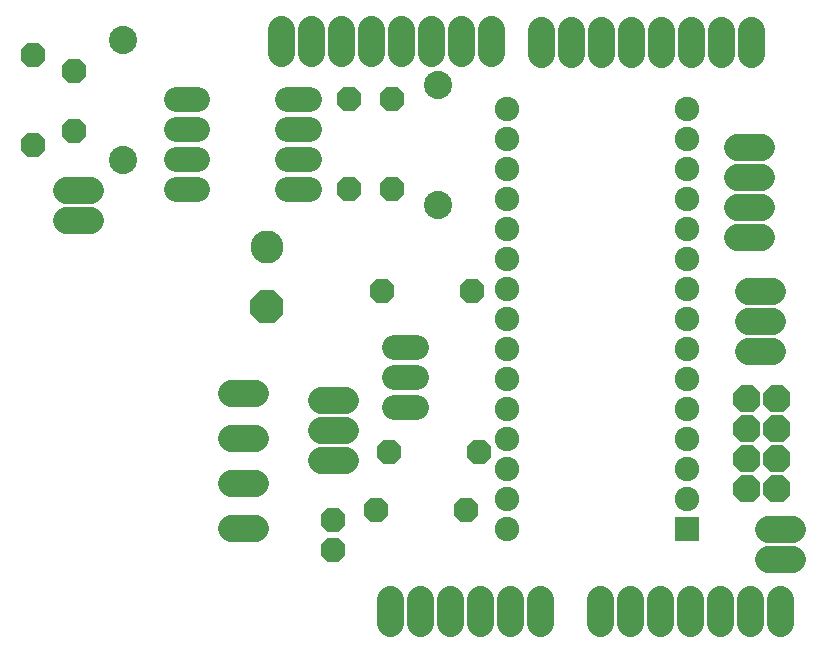
<source format=gbr>
G04 EAGLE Gerber RS-274X export*
G75*
%MOMM*%
%FSLAX34Y34*%
%LPD*%
%INSoldermask Bottom*%
%IPPOS*%
%AMOC8*
5,1,8,0,0,1.08239X$1,22.5*%
G01*
%ADD10P,2.254402X8X112.500000*%
%ADD11P,2.254402X8X292.500000*%
%ADD12C,2.387600*%
%ADD13C,2.082800*%
%ADD14C,2.286000*%
%ADD15C,2.794000*%
%ADD16P,3.024198X8X292.500000*%
%ADD17P,2.474344X8X112.500000*%
%ADD18P,2.254402X8X22.500000*%
%ADD19P,2.254402X8X202.500000*%
%ADD20R,2.070000X2.070000*%
%ADD21C,2.070000*%


D10*
X838962Y381762D03*
X838962Y457962D03*
D11*
X571500Y495300D03*
X571500Y419100D03*
D12*
X647700Y406400D03*
X647700Y508000D03*
D13*
X877316Y248412D02*
X895604Y248412D01*
X895604Y197612D02*
X877316Y197612D01*
X877316Y223012D02*
X895604Y223012D01*
D10*
X875284Y382016D03*
X875284Y458216D03*
D14*
X835660Y152400D02*
X815340Y152400D01*
X815340Y177800D02*
X835660Y177800D01*
X835660Y203200D02*
X815340Y203200D01*
X759460Y95250D02*
X739140Y95250D01*
X739140Y133350D02*
X759460Y133350D01*
X759460Y171450D02*
X739140Y171450D01*
X739140Y209550D02*
X759460Y209550D01*
D11*
X825500Y101600D03*
X825500Y76200D03*
D15*
X769366Y332994D03*
D16*
X769366Y282194D03*
D11*
X606298Y481584D03*
X606298Y430784D03*
D12*
X914400Y368300D03*
X914400Y469900D03*
D17*
X1201674Y127762D03*
X1176274Y127762D03*
X1201674Y153162D03*
X1176274Y153162D03*
X1201674Y178562D03*
X1176274Y178562D03*
X1201674Y203962D03*
X1176274Y203962D03*
D14*
X1194054Y93726D02*
X1214374Y93726D01*
X1214374Y68326D02*
X1194054Y68326D01*
X1196848Y295656D02*
X1176528Y295656D01*
X1176528Y270256D02*
X1196848Y270256D01*
X1196848Y244856D02*
X1176528Y244856D01*
X619760Y381000D02*
X599440Y381000D01*
X599440Y355600D02*
X619760Y355600D01*
X1167384Y341376D02*
X1187704Y341376D01*
X1187704Y366776D02*
X1167384Y366776D01*
X1167384Y392176D02*
X1187704Y392176D01*
X1187704Y417576D02*
X1167384Y417576D01*
D13*
X710692Y458470D02*
X692404Y458470D01*
X692404Y433070D02*
X710692Y433070D01*
X786892Y433070D02*
X805180Y433070D01*
X805180Y458470D02*
X786892Y458470D01*
X710692Y407670D02*
X692404Y407670D01*
X692404Y382270D02*
X710692Y382270D01*
X786892Y407670D02*
X805180Y407670D01*
X805180Y382270D02*
X786892Y382270D01*
D18*
X867156Y295402D03*
X943356Y295402D03*
D19*
X938530Y110236D03*
X862330Y110236D03*
D18*
X872744Y159512D03*
X948944Y159512D03*
D14*
X781558Y497332D02*
X781558Y517652D01*
X806958Y517652D02*
X806958Y497332D01*
X832358Y497332D02*
X832358Y517652D01*
X857758Y517652D02*
X857758Y497332D01*
X883158Y497332D02*
X883158Y517652D01*
X908558Y517652D02*
X908558Y497332D01*
X933958Y497332D02*
X933958Y517652D01*
X959358Y517652D02*
X959358Y497332D01*
X1001522Y496570D02*
X1001522Y516890D01*
X1026922Y516890D02*
X1026922Y496570D01*
X1052322Y496570D02*
X1052322Y516890D01*
X1077722Y516890D02*
X1077722Y496570D01*
X1103122Y496570D02*
X1103122Y516890D01*
X1128522Y516890D02*
X1128522Y496570D01*
X1153922Y496570D02*
X1153922Y516890D01*
X1179322Y516890D02*
X1179322Y496570D01*
X1051814Y34798D02*
X1051814Y14478D01*
X1077214Y14478D02*
X1077214Y34798D01*
X1102614Y34798D02*
X1102614Y14478D01*
X1128014Y14478D02*
X1128014Y34798D01*
X1153414Y34798D02*
X1153414Y14478D01*
X1178814Y14478D02*
X1178814Y34798D01*
X1204214Y34798D02*
X1204214Y14478D01*
X873760Y14732D02*
X873760Y35052D01*
X899160Y35052D02*
X899160Y14732D01*
X924560Y14732D02*
X924560Y35052D01*
X949960Y35052D02*
X949960Y14732D01*
X975360Y14732D02*
X975360Y35052D01*
X1000760Y35052D02*
X1000760Y14732D01*
D20*
X1125474Y93726D03*
D21*
X1125474Y119126D03*
X1125474Y144526D03*
X1125474Y169926D03*
X1125474Y195326D03*
X1125474Y220726D03*
X1125474Y246126D03*
X1125474Y271526D03*
X1125474Y296926D03*
X1125474Y322326D03*
X1125474Y347726D03*
X1125474Y373126D03*
X1125474Y398526D03*
X1125474Y423926D03*
X1125474Y449326D03*
X973074Y449326D03*
X973074Y423926D03*
X973074Y398526D03*
X973074Y373126D03*
X973074Y347726D03*
X973074Y322326D03*
X973074Y296926D03*
X973074Y271526D03*
X973074Y246126D03*
X973074Y220726D03*
X973074Y195326D03*
X973074Y169926D03*
X973074Y144526D03*
X973074Y119126D03*
X973074Y93726D03*
M02*

</source>
